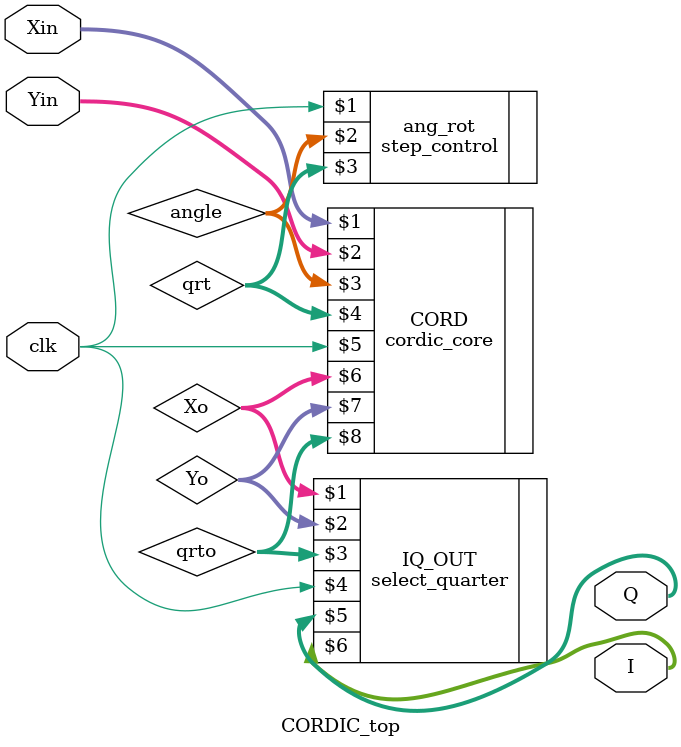
<source format=v>
module CORDIC_top (
	input [13:0] Xin,
	input [13:0] Yin,

	input clk,
	
	output [13:0] Q,
	output [13:0] I
);

	wire [15:0] angle;
	wire [1:0]  qrt;
	wire [1:0]  qrto;
	wire [13:0] Xo;
	wire [13:0] Yo;
	

	cordic_core    CORD    (Xin, Yin, angle, qrt, clk, Xo, Yo, qrto);
	select_quarter IQ_OUT  (Xo, Yo, qrto, clk, Q, I);
	step_control	ang_rot (clk, angle, qrt);
endmodule

</source>
